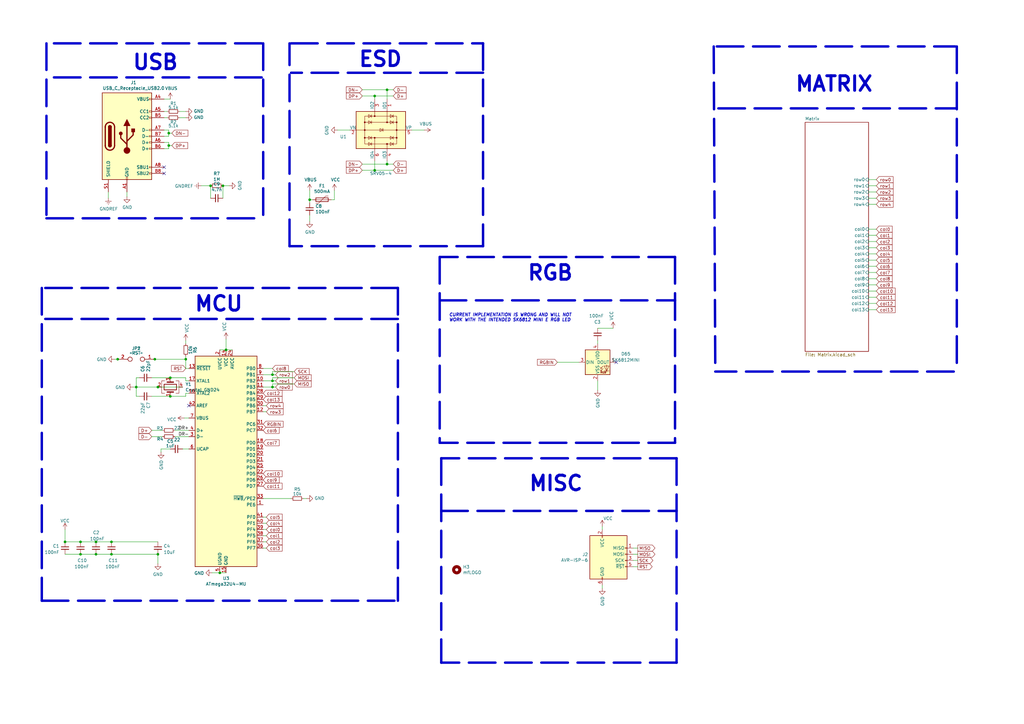
<source format=kicad_sch>
(kicad_sch (version 20211123) (generator eeschema)
  (paper "A3")
  (lib_symbols
    (symbol "Connector:AVR-ISP-6" (pin_names (offset 1.016))
      (property "Reference" "J" (at -6.35 11.43 0))
      (property "Value" "AVR-ISP-6" (at 0 11.43 0))
      (symbol "AVR-ISP-6_0_1"
        (rectangle (start -2.667 -6.858) (end -2.413 -7.62))
        (rectangle (start -2.667 10.16) (end -2.413 9.398))
        (rectangle (start 7.62 -2.413) (end 6.858 -2.667))
        (rectangle (start 7.62 0.127) (end 6.858 -0.127))
        (rectangle (start 7.62 2.667) (end 6.858 2.413))
        (rectangle (start 7.62 5.207) (end 6.858 4.953))
        (rectangle (start 7.62 10.16) (end -7.62 -7.62) (stroke (width 0.254)) (fill (type background)))
      )
      (symbol "AVR-ISP-6_1_1"
        (pin passive line (at 10.16 5.08 180) (length 2.54) (name "MISO") (number "1"))
        (pin passive line (at -2.54 12.7 270) (length 2.54) (name "VCC") (number "2"))
        (pin passive line (at 10.16 0 180) (length 2.54) (name "SCK") (number "3"))
        (pin passive line (at 10.16 2.54 180) (length 2.54) (name "MOSI") (number "4"))
        (pin passive line (at 10.16 -2.54 180) (length 2.54) (name "~{RST}") (number "5"))
        (pin passive line (at -2.54 -10.16 90) (length 2.54) (name "GND") (number "6"))
      )
    )
    (symbol "Connector:USB_C_Receptacle_USB2.0" (pin_names (offset 1.016))
      (property "Reference" "J" (at -10.16 19.05 0))
      (property "Value" "USB_C_Receptacle_USB2.0" (at 19.05 19.05 0))
      (symbol "USB_C_Receptacle_USB2.0_0_0"
        (rectangle (start -0.254 -17.78) (end 0.254 -16.764))
        (rectangle (start 10.16 -14.986) (end 9.144 -15.494))
        (rectangle (start 10.16 -12.446) (end 9.144 -12.954))
        (rectangle (start 10.16 -4.826) (end 9.144 -5.334))
        (rectangle (start 10.16 -2.286) (end 9.144 -2.794))
        (rectangle (start 10.16 0.254) (end 9.144 -0.254))
        (rectangle (start 10.16 2.794) (end 9.144 2.286))
        (rectangle (start 10.16 7.874) (end 9.144 7.366))
        (rectangle (start 10.16 10.414) (end 9.144 9.906))
        (rectangle (start 10.16 15.494) (end 9.144 14.986))
      )
      (symbol "USB_C_Receptacle_USB2.0_0_1"
        (rectangle (start -10.16 17.78) (end 10.16 -17.78) (stroke (width 0.254)) (fill (type background)))
        (arc (start -8.89 -3.81) (mid -6.985 -5.715) (end -5.08 -3.81) (stroke (width 0.508)))
        (arc (start -7.62 -3.81) (mid -6.985 -4.445) (end -6.35 -3.81) (stroke (width 0.254)))
        (arc (start -7.62 -3.81) (mid -6.985 -4.445) (end -6.35 -3.81) (stroke (width 0.254)) (fill (type outline)))
        (rectangle (start -7.62 -3.81) (end -6.35 3.81) (stroke (width 0.254)) (fill (type outline)))
        (arc (start -6.35 3.81) (mid -6.985 4.445) (end -7.62 3.81) (stroke (width 0.254)))
        (arc (start -6.35 3.81) (mid -6.985 4.445) (end -7.62 3.81) (stroke (width 0.254)) (fill (type outline)))
        (arc (start -5.08 3.81) (mid -6.985 5.715) (end -8.89 3.81) (stroke (width 0.508)))
        (circle (center -2.54 1.143) (radius 0.635) (stroke (width 0.254)) (fill (type outline)))
        (circle (center 0 -5.842) (radius 1.27) (fill (type outline)))
        (polyline (pts (xy -8.89 -3.81) (xy -8.89 3.81)) (stroke (width 0.508)))
        (polyline (pts (xy -5.08 3.81) (xy -5.08 -3.81)) (stroke (width 0.508)))
        (polyline (pts (xy 0 -5.842) (xy 0 4.318)) (stroke (width 0.508)))
        (polyline (pts (xy 0 -3.302) (xy -2.54 -0.762) (xy -2.54 0.508)) (stroke (width 0.508)))
        (polyline (pts (xy 0 -2.032) (xy 2.54 0.508) (xy 2.54 1.778)) (stroke (width 0.508)))
        (polyline (pts (xy -1.27 4.318) (xy 0 6.858) (xy 1.27 4.318) (xy -1.27 4.318)) (stroke (width 0.254)) (fill (type outline)))
        (rectangle (start 1.905 1.778) (end 3.175 3.048) (stroke (width 0.254)) (fill (type outline)))
      )
      (symbol "USB_C_Receptacle_USB2.0_1_1"
        (pin passive line (at 0 -22.86 90) (length 5.08) (name "GND") (number "A1"))
        (pin passive line (at 0 -22.86 90) (length 5.08) hide (name "GND") (number "A12"))
        (pin passive line (at 15.24 15.24 180) (length 5.08) (name "VBUS") (number "A4"))
        (pin bidirectional line (at 15.24 10.16 180) (length 5.08) (name "CC1") (number "A5"))
        (pin bidirectional line (at 15.24 -2.54 180) (length 5.08) (name "D+") (number "A6"))
        (pin bidirectional line (at 15.24 2.54 180) (length 5.08) (name "D-") (number "A7"))
        (pin bidirectional line (at 15.24 -12.7 180) (length 5.08) (name "SBU1") (number "A8"))
        (pin passive line (at 15.24 15.24 180) (length 5.08) hide (name "VBUS") (number "A9"))
        (pin passive line (at 0 -22.86 90) (length 5.08) hide (name "GND") (number "B1"))
        (pin passive line (at 0 -22.86 90) (length 5.08) hide (name "GND") (number "B12"))
        (pin passive line (at 15.24 15.24 180) (length 5.08) hide (name "VBUS") (number "B4"))
        (pin bidirectional line (at 15.24 7.62 180) (length 5.08) (name "CC2") (number "B5"))
        (pin bidirectional line (at 15.24 -5.08 180) (length 5.08) (name "D+") (number "B6"))
        (pin bidirectional line (at 15.24 0 180) (length 5.08) (name "D-") (number "B7"))
        (pin bidirectional line (at 15.24 -15.24 180) (length 5.08) (name "SBU2") (number "B8"))
        (pin passive line (at 15.24 15.24 180) (length 5.08) hide (name "VBUS") (number "B9"))
        (pin passive line (at -7.62 -22.86 90) (length 5.08) (name "SHIELD") (number "S1"))
      )
    )
    (symbol "Device:C_Small" (pin_numbers hide) (pin_names (offset 0.254) hide)
      (property "Reference" "C" (at 0.254 1.778 0))
      (property "Value" "C_Small" (at 0.254 -2.032 0))
      (symbol "C_Small_0_1"
        (polyline (pts (xy -1.524 -0.508) (xy 1.524 -0.508)) (stroke (width 0.3302)))
        (polyline (pts (xy -1.524 0.508) (xy 1.524 0.508)) (stroke (width 0.3048)))
      )
      (symbol "C_Small_1_1"
        (pin passive line (at 0 2.54 270) (length 2.032) (name "~") (number "1"))
        (pin passive line (at 0 -2.54 90) (length 2.032) (name "~") (number "2"))
      )
    )
    (symbol "Device:Crystal_GND24" (pin_names (offset 1.016) hide)
      (property "Reference" "Y" (at 3.175 5.08 0))
      (property "Value" "Crystal_GND24" (at 3.175 3.175 0))
      (symbol "Crystal_GND24_0_1"
        (rectangle (start -1.143 2.54) (end 1.143 -2.54) (stroke (width 0.3048)))
        (polyline (pts (xy -2.54 0) (xy -2.032 0)))
        (polyline (pts (xy -2.032 -1.27) (xy -2.032 1.27)) (stroke (width 0.508)))
        (polyline (pts (xy 0 -3.81) (xy 0 -3.556)))
        (polyline (pts (xy 0 3.556) (xy 0 3.81)))
        (polyline (pts (xy 2.032 -1.27) (xy 2.032 1.27)) (stroke (width 0.508)))
        (polyline (pts (xy 2.032 0) (xy 2.54 0)))
        (polyline (pts (xy -2.54 -2.286) (xy -2.54 -3.556) (xy 2.54 -3.556) (xy 2.54 -2.286)))
        (polyline (pts (xy -2.54 2.286) (xy -2.54 3.556) (xy 2.54 3.556) (xy 2.54 2.286)))
      )
      (symbol "Crystal_GND24_1_1"
        (pin passive line (at -3.81 0 0) (length 1.27) (name "1") (number "1"))
        (pin passive line (at 0 5.08 270) (length 1.27) (name "2") (number "2"))
        (pin passive line (at 3.81 0 180) (length 1.27) (name "3") (number "3"))
        (pin passive line (at 0 -5.08 90) (length 1.27) (name "4") (number "4"))
      )
    )
    (symbol "Device:Polyfuse" (pin_numbers hide) (pin_names (offset 0))
      (property "Reference" "F" (at -2.54 0 90))
      (property "Value" "Polyfuse" (at 2.54 0 90))
      (symbol "Polyfuse_0_1"
        (rectangle (start -0.762 2.54) (end 0.762 -2.54) (stroke (width 0.254)))
        (polyline (pts (xy 0 2.54) (xy 0 -2.54)))
        (polyline (pts (xy -1.524 2.54) (xy -1.524 1.524) (xy 1.524 -1.524) (xy 1.524 -2.54)))
      )
      (symbol "Polyfuse_1_1"
        (pin passive line (at 0 3.81 270) (length 1.27) (name "~") (number "1"))
        (pin passive line (at 0 -3.81 90) (length 1.27) (name "~") (number "2"))
      )
    )
    (symbol "Device:R_Small" (pin_numbers hide) (pin_names (offset 0.254) hide)
      (property "Reference" "R" (at 0.762 0.508 0))
      (property "Value" "R_Small" (at 0.762 -1.016 0))
      (symbol "R_Small_0_1"
        (rectangle (start -0.762 1.778) (end 0.762 -1.778) (stroke (width 0.2032)))
      )
      (symbol "R_Small_1_1"
        (pin passive line (at 0 2.54 270) (length 0.762) (name "~") (number "1"))
        (pin passive line (at 0 -2.54 90) (length 0.762) (name "~") (number "2"))
      )
    )
    (symbol "LED:SK6812MINI" (pin_names (offset 0.254))
      (property "Reference" "D" (at 5.08 5.715 0))
      (property "Value" "SK6812MINI" (at 1.27 -5.715 0))
      (symbol "SK6812MINI_0_0"
        (text "RGB" (at 2.286 -4.191 0) (effects (font (size 0.762 0.762))))
      )
      (symbol "SK6812MINI_0_1"
        (polyline (pts (xy 1.27 -3.556) (xy 1.778 -3.556)))
        (polyline (pts (xy 1.27 -2.54) (xy 1.778 -2.54)))
        (polyline (pts (xy 4.699 -3.556) (xy 2.667 -3.556)))
        (polyline (pts (xy 2.286 -2.54) (xy 1.27 -3.556) (xy 1.27 -3.048)))
        (polyline (pts (xy 2.286 -1.524) (xy 1.27 -2.54) (xy 1.27 -2.032)))
        (polyline (pts (xy 3.683 -1.016) (xy 3.683 -3.556) (xy 3.683 -4.064)))
        (polyline (pts (xy 4.699 -1.524) (xy 2.667 -1.524) (xy 3.683 -3.556) (xy 4.699 -1.524)))
        (rectangle (start 5.08 5.08) (end -5.08 -5.08) (stroke (width 0.254)) (fill (type background)))
      )
      (symbol "SK6812MINI_1_1"
        (pin output line (at 7.62 0 180) (length 2.54) (name "DOUT") (number "1"))
        (pin power_in line (at 0 -7.62 90) (length 2.54) (name "VSS") (number "2"))
        (pin input line (at -7.62 0 0) (length 2.54) (name "DIN") (number "3"))
        (pin power_in line (at 0 7.62 270) (length 2.54) (name "VDD") (number "4"))
      )
    )
    (symbol "Mechanical:MountingHole" (pin_names (offset 1.016))
      (property "Reference" "H" (at 0 5.08 0))
      (property "Value" "MountingHole" (at 0 3.175 0))
      (symbol "MountingHole_0_1"
        (circle (center 0 0) (radius 1.27) (stroke (width 1.27)))
      )
    )
    (symbol "Power_Protection:SRV05-4" (pin_names (offset 0))
      (property "Reference" "U" (at -5.08 11.43 0))
      (property "Value" "SRV05-4" (at 2.54 11.43 0))
      (symbol "SRV05-4_0_0"
        (rectangle (start -5.715 6.477) (end 5.715 -6.604))
        (polyline (pts (xy -3.175 -6.604) (xy -3.175 6.477)))
        (polyline (pts (xy 3.175 6.477) (xy 3.175 -6.604)))
      )
      (symbol "SRV05-4_0_1"
        (rectangle (start -7.62 10.16) (end 7.62 -10.16) (stroke (width 0.254)) (fill (type background)))
        (circle (center -5.715 -2.54) (radius 0.2794) (fill (type outline)))
        (circle (center -3.175 -6.604) (radius 0.2794) (fill (type outline)))
        (circle (center -3.175 2.54) (radius 0.2794) (fill (type outline)))
        (circle (center -3.175 6.477) (radius 0.2794) (fill (type outline)))
        (circle (center 0 -6.604) (radius 0.2794) (fill (type outline)))
        (polyline (pts (xy -7.747 2.54) (xy -3.175 2.54)))
        (polyline (pts (xy -7.62 -2.54) (xy -5.715 -2.54)))
        (polyline (pts (xy -5.08 -3.81) (xy -6.35 -3.81)))
        (polyline (pts (xy -5.08 5.08) (xy -6.35 5.08)))
        (polyline (pts (xy -2.54 -3.81) (xy -3.81 -3.81)))
        (polyline (pts (xy -2.54 5.08) (xy -3.81 5.08)))
        (polyline (pts (xy 0 10.16) (xy 0 -10.16)))
        (polyline (pts (xy 3.81 -3.81) (xy 2.54 -3.81)))
        (polyline (pts (xy 3.81 5.08) (xy 2.54 5.08)))
        (polyline (pts (xy 6.35 -3.81) (xy 5.08 -3.81)))
        (polyline (pts (xy 6.35 5.08) (xy 5.08 5.08)))
        (polyline (pts (xy 7.62 -2.54) (xy 3.175 -2.54)))
        (polyline (pts (xy 7.62 2.54) (xy 5.715 2.54)))
        (polyline (pts (xy 0.635 0.889) (xy -0.635 0.889) (xy -0.635 0.635)))
        (polyline (pts (xy -5.08 -5.08) (xy -6.35 -5.08) (xy -5.715 -3.81) (xy -5.08 -5.08)))
        (polyline (pts (xy -5.08 3.81) (xy -6.35 3.81) (xy -5.715 5.08) (xy -5.08 3.81)))
        (polyline (pts (xy -2.54 -5.08) (xy -3.81 -5.08) (xy -3.175 -3.81) (xy -2.54 -5.08)))
        (polyline (pts (xy -2.54 3.81) (xy -3.81 3.81) (xy -3.175 5.08) (xy -2.54 3.81)))
        (polyline (pts (xy 0.635 -0.381) (xy -0.635 -0.381) (xy 0 0.889) (xy 0.635 -0.381)))
        (polyline (pts (xy 3.81 -5.08) (xy 2.54 -5.08) (xy 3.175 -3.81) (xy 3.81 -5.08)))
        (polyline (pts (xy 3.81 3.81) (xy 2.54 3.81) (xy 3.175 5.08) (xy 3.81 3.81)))
        (polyline (pts (xy 6.35 -5.08) (xy 5.08 -5.08) (xy 5.715 -3.81) (xy 6.35 -5.08)))
        (polyline (pts (xy 6.35 3.81) (xy 5.08 3.81) (xy 5.715 5.08) (xy 6.35 3.81)))
        (circle (center 0 6.477) (radius 0.2794) (fill (type outline)))
        (circle (center 3.175 -6.604) (radius 0.2794) (fill (type outline)))
        (circle (center 3.175 -2.54) (radius 0.2794) (fill (type outline)))
        (circle (center 3.175 6.477) (radius 0.2794) (fill (type outline)))
        (circle (center 5.715 2.54) (radius 0.2794) (fill (type outline)))
      )
      (symbol "SRV05-4_1_1"
        (pin passive line (at -12.7 2.54 0) (length 5.08) (name "IO1") (number "1"))
        (pin passive line (at 0 -12.7 90) (length 2.54) (name "VN") (number "2"))
        (pin passive line (at -12.7 -2.54 0) (length 5.08) (name "IO2") (number "3"))
        (pin passive line (at 12.7 2.54 180) (length 5.08) (name "IO3") (number "4"))
        (pin passive line (at 0 12.7 270) (length 2.54) (name "VP") (number "5"))
        (pin passive line (at 12.7 -2.54 180) (length 5.08) (name "IO4") (number "6"))
      )
    )
    (symbol "keyboard-rescue:ATmega32U4-MU-MCU_Microchip_ATmega"
      (property "Reference" "U" (at -12.7 44.45 0))
      (property "Value" "ATmega32U4-MU-MCU_Microchip_ATmega" (at 2.54 -44.45 0))
      (symbol "ATmega32U4-MU-MCU_Microchip_ATmega_0_1"
        (rectangle (start -12.7 -43.18) (end 12.7 43.18) (stroke (width 0.254)) (fill (type background)))
      )
      (symbol "ATmega32U4-MU-MCU_Microchip_ATmega_1_1"
        (pin bidirectional line (at 15.24 -17.78 180) (length 2.54) (name "PE6") (number "1"))
        (pin bidirectional line (at 15.24 33.02 180) (length 2.54) (name "PB2") (number "10"))
        (pin bidirectional line (at 15.24 30.48 180) (length 2.54) (name "PB3") (number "11"))
        (pin bidirectional line (at 15.24 20.32 180) (length 2.54) (name "PB7") (number "12"))
        (pin input line (at -15.24 38.1 0) (length 2.54) (name "~{RESET}") (number "13"))
        (pin power_in line (at 0 45.72 270) (length 2.54) (name "VCC") (number "14"))
        (pin power_in line (at 0 -45.72 90) (length 2.54) (name "GND") (number "15"))
        (pin output line (at -15.24 27.94 0) (length 2.54) (name "XTAL2") (number "16"))
        (pin input line (at -15.24 33.02 0) (length 2.54) (name "XTAL1") (number "17"))
        (pin bidirectional line (at 15.24 7.62 180) (length 2.54) (name "PD0") (number "18"))
        (pin bidirectional line (at 15.24 5.08 180) (length 2.54) (name "PD1") (number "19"))
        (pin power_in line (at -2.54 45.72 270) (length 2.54) (name "UVCC") (number "2"))
        (pin bidirectional line (at 15.24 2.54 180) (length 2.54) (name "PD2") (number "20"))
        (pin bidirectional line (at 15.24 0 180) (length 2.54) (name "PD3") (number "21"))
        (pin bidirectional line (at 15.24 -5.08 180) (length 2.54) (name "PD5") (number "22"))
        (pin passive line (at 0 -45.72 90) (length 2.54) hide (name "GND") (number "23"))
        (pin power_in line (at 2.54 45.72 270) (length 2.54) (name "AVCC") (number "24"))
        (pin bidirectional line (at 15.24 -2.54 180) (length 2.54) (name "PD4") (number "25"))
        (pin bidirectional line (at 15.24 -7.62 180) (length 2.54) (name "PD6") (number "26"))
        (pin bidirectional line (at 15.24 -10.16 180) (length 2.54) (name "PD7") (number "27"))
        (pin bidirectional line (at 15.24 27.94 180) (length 2.54) (name "PB4") (number "28"))
        (pin bidirectional line (at 15.24 25.4 180) (length 2.54) (name "PB5") (number "29"))
        (pin bidirectional line (at -15.24 10.16 0) (length 2.54) (name "D-") (number "3"))
        (pin bidirectional line (at 15.24 22.86 180) (length 2.54) (name "PB6") (number "30"))
        (pin bidirectional line (at 15.24 15.24 180) (length 2.54) (name "PC6") (number "31"))
        (pin bidirectional line (at 15.24 12.7 180) (length 2.54) (name "PC7") (number "32"))
        (pin bidirectional line (at 15.24 -15.24 180) (length 2.54) (name "~{HWB}/PE2") (number "33"))
        (pin passive line (at 0 45.72 270) (length 2.54) hide (name "VCC") (number "34"))
        (pin passive line (at 0 -45.72 90) (length 2.54) hide (name "GND") (number "35"))
        (pin bidirectional line (at 15.24 -35.56 180) (length 2.54) (name "PF7") (number "36"))
        (pin bidirectional line (at 15.24 -33.02 180) (length 2.54) (name "PF6") (number "37"))
        (pin bidirectional line (at 15.24 -30.48 180) (length 2.54) (name "PF5") (number "38"))
        (pin bidirectional line (at 15.24 -27.94 180) (length 2.54) (name "PF4") (number "39"))
        (pin bidirectional line (at -15.24 12.7 0) (length 2.54) (name "D+") (number "4"))
        (pin bidirectional line (at 15.24 -25.4 180) (length 2.54) (name "PF1") (number "40"))
        (pin bidirectional line (at 15.24 -22.86 180) (length 2.54) (name "PF0") (number "41"))
        (pin passive line (at -15.24 22.86 0) (length 2.54) (name "AREF") (number "42"))
        (pin passive line (at 0 -45.72 90) (length 2.54) hide (name "GND") (number "43"))
        (pin passive line (at 2.54 45.72 270) (length 2.54) hide (name "AVCC") (number "44"))
        (pin passive line (at 0 -45.72 90) (length 2.54) hide (name "GND") (number "45"))
        (pin passive line (at -2.54 -45.72 90) (length 2.54) (name "UGND") (number "5"))
        (pin passive line (at -15.24 5.08 0) (length 2.54) (name "UCAP") (number "6"))
        (pin input line (at -15.24 17.78 0) (length 2.54) (name "VBUS") (number "7"))
        (pin bidirectional line (at 15.24 38.1 180) (length 2.54) (name "PB0") (number "8"))
        (pin bidirectional line (at 15.24 35.56 180) (length 2.54) (name "PB1") (number "9"))
      )
    )
    (symbol "keyboard_parts:Jumper" (pin_names (offset 0.762) hide)
      (property "Reference" "JP" (at 0 2.54 0))
      (property "Value" "Jumper" (at 0 -2.032 0))
      (symbol "Jumper_0_1"
        (circle (center -2.54 0) (radius 0.889))
        (circle (center 2.54 0) (radius 0.889))
        (pin passive line (at -7.62 0 0) (length 4.191) (name "1") (number "1"))
        (pin passive line (at 7.62 0 180) (length 4.191) (name "2") (number "2"))
      )
    )
    (symbol "power:GND" (power) (pin_names (offset 0))
      (property "Value" "GND" (at 0 -3.81 0))
      (symbol "GND_0_1"
        (polyline (pts (xy 0 0) (xy 0 -1.27) (xy 1.27 -1.27) (xy 0 -2.54) (xy -1.27 -1.27) (xy 0 -1.27)))
      )
      (symbol "GND_1_1"
        (pin power_in line (at 0 0 270) (length 0) hide (name "GND") (number "1"))
      )
    )
    (symbol "power:GNDREF" (power) (pin_names (offset 0))
      (property "Value" "GNDREF" (at 0 -3.81 0))
      (symbol "GNDREF_0_1"
        (polyline (pts (xy -0.635 -1.905) (xy 0.635 -1.905)))
        (polyline (pts (xy -0.127 -2.54) (xy 0.127 -2.54)))
        (polyline (pts (xy 0 -1.27) (xy 0 0)))
        (polyline (pts (xy 1.27 -1.27) (xy -1.27 -1.27)))
      )
      (symbol "GNDREF_1_1"
        (pin power_in line (at 0 0 270) (length 0) hide (name "GNDREF") (number "1"))
      )
    )
    (symbol "power:VBUS" (power) (pin_names (offset 0))
      (property "Value" "VBUS" (at 0 3.81 0))
      (symbol "VBUS_0_1"
        (polyline (pts (xy -0.762 1.27) (xy 0 2.54)))
        (polyline (pts (xy 0 0) (xy 0 2.54)))
        (polyline (pts (xy 0 2.54) (xy 0.762 1.27)))
      )
      (symbol "VBUS_1_1"
        (pin power_in line (at 0 0 90) (length 0) hide (name "VBUS") (number "1"))
      )
    )
    (symbol "power:VCC" (power) (pin_names (offset 0))
      (property "Value" "VCC" (at 0 3.81 0))
      (symbol "VCC_0_1"
        (polyline (pts (xy -0.762 1.27) (xy 0 2.54)))
        (polyline (pts (xy 0 0) (xy 0 2.54)))
        (polyline (pts (xy 0 2.54) (xy 0.762 1.27)))
      )
      (symbol "VCC_1_1"
        (pin power_in line (at 0 0 90) (length 0) hide (name "VCC") (number "1"))
      )
    )
  )
  (junction (at 69.85 162.56))
  (junction (at 91.44 76.2))
  (junction (at 55.88 158.75))
  (junction (at 90.17 234.95))
  (junction (at 45.72 222.25))
  (junction (at 69.215 54.61))
  (junction (at 39.37 222.25))
  (junction (at 45.72 227.33))
  (junction (at 86.36 76.2))
  (junction (at 153.67 69.85))
  (junction (at 33.02 227.33))
  (junction (at 64.77 227.33))
  (junction (at 64.77 158.75))
  (junction (at 111.76 158.75))
  (junction (at 33.02 222.25))
  (junction (at 158.75 67.31))
  (junction (at 111.76 156.21))
  (junction (at 76.2 147.32))
  (junction (at 69.85 154.94))
  (junction (at 158.75 36.83))
  (junction (at 63.5 147.32))
  (junction (at 127 81.915))
  (junction (at 153.67 39.37))
  (junction (at 111.76 153.67))
  (junction (at 48.26 147.32))
  (junction (at 39.37 227.33))
  (junction (at 92.71 143.51))
  (junction (at 69.215 59.69))
  (junction (at 26.67 222.25))
  (no_connect (at 67.31 71.12))
  (no_connect (at 67.31 68.58))
  (no_connect (at 252.73 148.59))
  (no_connect (at 77.47 166.37))
  (polyline (pts (xy 118.745 100.965) (xy 118.745 17.78)) (stroke (width 0.9906)))
  (wire (pts (xy 69.215 59.69) (xy 70.485 59.69)))
  (wire (pts (xy 91.44 76.2) (xy 93.98 76.2)))
  (polyline (pts (xy 198.12 29.845) (xy 119.38 29.845)) (stroke (width 0.9906)))
  (wire (pts (xy 356.235 104.14) (xy 359.41 104.14)))
  (polyline (pts (xy 17.145 118.11) (xy 17.145 246.38)) (stroke (width 0.9906)))
  (wire (pts (xy 148.59 67.31) (xy 158.75 67.31)))
  (wire (pts (xy 33.02 227.33) (xy 39.37 227.33)))
  (wire (pts (xy 86.36 76.2) (xy 86.36 81.28)))
  (wire (pts (xy 153.67 69.85) (xy 161.29 69.85)))
  (wire (pts (xy 107.95 219.71) (xy 109.22 219.71)))
  (wire (pts (xy 76.2 162.56) (xy 69.85 162.56)))
  (wire (pts (xy 55.88 162.56) (xy 55.88 158.75)))
  (wire (pts (xy 67.31 48.26) (xy 68.58 48.26)))
  (wire (pts (xy 356.235 121.92) (xy 359.41 121.92)))
  (wire (pts (xy 259.715 229.87) (xy 261.62 229.87)))
  (polyline (pts (xy 180.975 187.96) (xy 180.975 271.78)) (stroke (width 0.9906)))
  (wire (pts (xy 153.67 39.37) (xy 153.67 40.64)))
  (wire (pts (xy 86.995 234.95) (xy 90.17 234.95)))
  (wire (pts (xy 111.76 157.48) (xy 120.65 157.48)))
  (polyline (pts (xy 294.005 19.05) (xy 391.795 19.05)) (stroke (width 0.9906)))
  (wire (pts (xy 63.5 147.32) (xy 76.2 147.32)))
  (wire (pts (xy 111.76 156.21) (xy 113.03 156.21)))
  (polyline (pts (xy 180.975 209.55) (xy 277.495 209.55)) (stroke (width 0.9906)))
  (wire (pts (xy 66.675 179.07) (xy 62.23 179.07)))
  (polyline (pts (xy 277.495 187.96) (xy 277.495 271.78)) (stroke (width 0.9906)))
  (wire (pts (xy 119.38 204.47) (xy 107.95 204.47)))
  (polyline (pts (xy 180.34 105.41) (xy 180.34 181.61)) (stroke (width 0.9906)))
  (wire (pts (xy 90.17 234.95) (xy 92.71 234.95)))
  (polyline (pts (xy 180.34 123.19) (xy 276.86 123.19)) (stroke (width 0.9906)))
  (wire (pts (xy 73.66 45.72) (xy 76.2 45.72)))
  (wire (pts (xy 356.235 127) (xy 359.41 127)))
  (wire (pts (xy 26.67 217.17) (xy 26.67 222.25)))
  (polyline (pts (xy 276.86 181.61) (xy 180.34 181.61)) (stroke (width 0.9906)))
  (wire (pts (xy 109.22 166.37) (xy 107.95 166.37)))
  (wire (pts (xy 44.45 78.74) (xy 44.45 81.28)))
  (wire (pts (xy 45.72 227.33) (xy 64.77 227.33)))
  (wire (pts (xy 247.015 240.03) (xy 247.015 241.3)))
  (polyline (pts (xy 119.38 17.78) (xy 198.12 17.78)) (stroke (width 0.9906)))
  (wire (pts (xy 45.72 222.25) (xy 64.77 222.25)))
  (wire (pts (xy 356.235 124.46) (xy 359.41 124.46)))
  (wire (pts (xy 55.88 154.94) (xy 55.88 158.75)))
  (wire (pts (xy 67.31 58.42) (xy 69.215 58.42)))
  (wire (pts (xy 76.2 147.32) (xy 76.2 151.13)))
  (wire (pts (xy 127 78.105) (xy 127 81.915)))
  (wire (pts (xy 76.2 151.13) (xy 77.47 151.13)))
  (wire (pts (xy 158.75 66.04) (xy 158.75 67.31)))
  (wire (pts (xy 67.31 55.88) (xy 69.215 55.88)))
  (wire (pts (xy 158.75 36.83) (xy 161.29 36.83)))
  (wire (pts (xy 109.22 217.17) (xy 107.95 217.17)))
  (wire (pts (xy 67.31 45.72) (xy 68.58 45.72)))
  (wire (pts (xy 76.2 154.94) (xy 69.85 154.94)))
  (wire (pts (xy 245.11 134.62) (xy 251.46 134.62)))
  (wire (pts (xy 107.95 156.21) (xy 111.76 156.21)))
  (wire (pts (xy 158.75 67.31) (xy 161.29 67.31)))
  (wire (pts (xy 77.47 161.29) (xy 76.2 161.29)))
  (wire (pts (xy 109.22 222.25) (xy 107.95 222.25)))
  (wire (pts (xy 125.73 204.47) (xy 124.46 204.47)))
  (wire (pts (xy 356.235 93.98) (xy 359.41 93.98)))
  (wire (pts (xy 168.91 53.34) (xy 173.99 53.34)))
  (polyline (pts (xy 277.495 187.96) (xy 180.975 187.96)) (stroke (width 0.9906)))
  (wire (pts (xy 111.76 158.75) (xy 111.76 157.48)))
  (wire (pts (xy 356.235 78.74) (xy 359.41 78.74)))
  (wire (pts (xy 111.76 156.21) (xy 111.76 154.94)))
  (wire (pts (xy 45.72 227.33) (xy 39.37 227.33)))
  (wire (pts (xy 69.215 54.61) (xy 69.215 53.34)))
  (wire (pts (xy 356.235 111.76) (xy 359.41 111.76)))
  (wire (pts (xy 64.77 158.75) (xy 55.88 158.75)))
  (polyline (pts (xy 163.195 130.81) (xy 17.145 130.81)) (stroke (width 0.9906)))
  (wire (pts (xy 247.015 215.9) (xy 247.015 217.17)))
  (wire (pts (xy 111.76 153.67) (xy 111.76 152.4)))
  (wire (pts (xy 259.715 232.41) (xy 261.62 232.41)))
  (polyline (pts (xy 392.43 19.05) (xy 392.43 152.4)) (stroke (width 0.9906)))
  (wire (pts (xy 127 81.915) (xy 128.27 81.915)))
  (wire (pts (xy 69.215 58.42) (xy 69.215 59.69)))
  (wire (pts (xy 148.59 39.37) (xy 153.67 39.37)))
  (wire (pts (xy 76.2 139.7) (xy 76.2 140.97)))
  (wire (pts (xy 356.235 76.2) (xy 359.41 76.2)))
  (wire (pts (xy 107.95 151.13) (xy 111.76 151.13)))
  (polyline (pts (xy 107.95 17.78) (xy 107.95 89.535)) (stroke (width 0.9906)))
  (polyline (pts (xy 107.315 17.78) (xy 19.685 17.78)) (stroke (width 0.9906)))
  (wire (pts (xy 69.215 55.88) (xy 69.215 54.61)))
  (wire (pts (xy 69.85 154.94) (xy 62.23 154.94)))
  (wire (pts (xy 107.95 212.09) (xy 109.22 212.09)))
  (wire (pts (xy 91.44 81.28) (xy 91.44 76.2)))
  (wire (pts (xy 356.235 81.28) (xy 359.41 81.28)))
  (wire (pts (xy 69.215 60.96) (xy 69.215 59.69)))
  (wire (pts (xy 66.04 184.15) (xy 69.85 184.15)))
  (polyline (pts (xy 17.145 246.38) (xy 163.195 246.38)) (stroke (width 0.9906)))
  (polyline (pts (xy 163.195 118.11) (xy 163.195 246.38)) (stroke (width 0.9906)))
  (wire (pts (xy 64.77 227.33) (xy 64.77 231.14)))
  (wire (pts (xy 261.62 224.79) (xy 259.715 224.79)))
  (wire (pts (xy 356.235 83.82) (xy 359.41 83.82)))
  (wire (pts (xy 111.76 153.67) (xy 113.03 153.67)))
  (wire (pts (xy 356.235 96.52) (xy 359.41 96.52)))
  (polyline (pts (xy 292.735 19.05) (xy 293.37 152.4)) (stroke (width 0.9906)))
  (polyline (pts (xy 19.05 17.78) (xy 19.05 89.535)) (stroke (width 0.9906)))
  (wire (pts (xy 57.15 154.94) (xy 55.88 154.94)))
  (wire (pts (xy 26.67 227.33) (xy 33.02 227.33)))
  (wire (pts (xy 69.215 53.34) (xy 67.31 53.34)))
  (polyline (pts (xy 294.64 44.45) (xy 392.43 44.45)) (stroke (width 0.9906)))
  (wire (pts (xy 76.2 156.21) (xy 76.2 154.94)))
  (wire (pts (xy 74.93 158.75) (xy 64.77 158.75)))
  (polyline (pts (xy 276.86 105.41) (xy 276.86 181.61)) (stroke (width 0.9906)))
  (wire (pts (xy 82.55 76.2) (xy 86.36 76.2)))
  (wire (pts (xy 107.95 168.91) (xy 109.22 168.91)))
  (wire (pts (xy 109.22 224.79) (xy 107.95 224.79)))
  (wire (pts (xy 111.76 154.94) (xy 120.65 154.94)))
  (wire (pts (xy 107.95 214.63) (xy 109.22 214.63)))
  (wire (pts (xy 153.67 39.37) (xy 161.29 39.37)))
  (wire (pts (xy 153.67 66.04) (xy 153.67 69.85)))
  (wire (pts (xy 92.71 143.51) (xy 95.25 143.51)))
  (wire (pts (xy 259.715 227.33) (xy 261.62 227.33)))
  (wire (pts (xy 55.88 158.75) (xy 54.61 158.75)))
  (polyline (pts (xy 19.05 89.535) (xy 106.68 89.535)) (stroke (width 0.9906)))
  (wire (pts (xy 148.59 69.85) (xy 153.67 69.85)))
  (polyline (pts (xy 163.195 118.11) (xy 17.145 118.11)) (stroke (width 0.9906)))
  (wire (pts (xy 90.17 143.51) (xy 92.71 143.51)))
  (polyline (pts (xy 107.315 31.75) (xy 19.685 31.75)) (stroke (width 0.9906)))
  (wire (pts (xy 46.99 147.32) (xy 48.26 147.32)))
  (wire (pts (xy 33.02 222.25) (xy 39.37 222.25)))
  (wire (pts (xy 356.235 119.38) (xy 359.41 119.38)))
  (wire (pts (xy 52.07 78.74) (xy 52.07 80.645)))
  (wire (pts (xy 67.31 60.96) (xy 69.215 60.96)))
  (wire (pts (xy 143.51 53.34) (xy 138.43 53.34)))
  (wire (pts (xy 356.235 114.3) (xy 359.41 114.3)))
  (wire (pts (xy 356.235 116.84) (xy 359.41 116.84)))
  (wire (pts (xy 69.85 162.56) (xy 62.23 162.56)))
  (wire (pts (xy 158.75 36.83) (xy 158.75 40.64)))
  (wire (pts (xy 73.66 48.26) (xy 76.2 48.26)))
  (wire (pts (xy 228.6 148.59) (xy 237.49 148.59)))
  (polyline (pts (xy 198.12 100.965) (xy 118.745 100.965)) (stroke (width 0.9906)))
  (wire (pts (xy 356.235 101.6) (xy 359.41 101.6)))
  (wire (pts (xy 107.95 158.75) (xy 111.76 158.75)))
  (polyline (pts (xy 277.495 271.78) (xy 180.975 271.78)) (stroke (width 0.9906)))
  (wire (pts (xy 76.2 146.05) (xy 76.2 147.32)))
  (wire (pts (xy 137.16 78.105) (xy 137.16 81.915)))
  (wire (pts (xy 356.235 109.22) (xy 359.41 109.22)))
  (wire (pts (xy 66.675 176.53) (xy 62.23 176.53)))
  (polyline (pts (xy 198.12 17.78) (xy 198.12 100.965)) (stroke (width 0.9906)))
  (wire (pts (xy 107.95 153.67) (xy 111.76 153.67)))
  (wire (pts (xy 76.2 156.21) (xy 77.47 156.21)))
  (wire (pts (xy 75.565 171.45) (xy 77.47 171.45)))
  (wire (pts (xy 127 83.185) (xy 127 81.915)))
  (wire (pts (xy 66.04 184.15) (xy 66.04 185.42)))
  (wire (pts (xy 57.15 162.56) (xy 55.88 162.56)))
  (polyline (pts (xy 391.16 152.4) (xy 293.37 152.4)) (stroke (width 0.9906)))
  (wire (pts (xy 356.235 106.68) (xy 359.41 106.68)))
  (wire (pts (xy 92.71 139.065) (xy 92.71 143.51)))
  (wire (pts (xy 71.755 179.07) (xy 77.47 179.07)))
  (wire (pts (xy 111.76 152.4) (xy 120.65 152.4)))
  (wire (pts (xy 356.235 73.66) (xy 359.41 73.66)))
  (wire (pts (xy 77.47 184.15) (xy 74.93 184.15)))
  (wire (pts (xy 76.2 161.29) (xy 76.2 162.56)))
  (wire (pts (xy 245.11 156.21) (xy 245.11 160.02)))
  (wire (pts (xy 70.485 54.61) (xy 69.215 54.61)))
  (wire (pts (xy 356.235 99.06) (xy 359.41 99.06)))
  (wire (pts (xy 71.755 176.53) (xy 77.47 176.53)))
  (polyline (pts (xy 276.86 105.41) (xy 180.34 105.41)) (stroke (width 0.9906)))
  (wire (pts (xy 26.67 222.25) (xy 33.02 222.25)))
  (wire (pts (xy 245.11 139.7) (xy 245.11 140.97)))
  (wire (pts (xy 111.76 158.75) (xy 113.03 158.75)))
  (wire (pts (xy 135.89 81.915) (xy 137.16 81.915)))
  (wire (pts (xy 67.31 40.64) (xy 69.85 40.64)))
  (wire (pts (xy 45.72 222.25) (xy 39.37 222.25)))
  (wire (pts (xy 127 90.805) (xy 127 88.265)))
  (wire (pts (xy 148.59 36.83) (xy 158.75 36.83)))
  (text "USB" (at 53.975 29.21 0) (effects (font (size 5.9944 5.9944) (thickness 1.1989) bold) (justify left bottom)))
  (text "MATRIX" (at 325.755 38.1 0) (effects (font (size 5.9944 5.9944) (thickness 1.1989) bold) (justify left bottom)))
  (text "MCU" (at 79.375 128.27 0) (effects (font (size 5.9944 5.9944) (thickness 1.1989) bold) (justify left bottom)))
  (text "MISC\n" (at 216.535 201.93 0) (effects (font (size 5.9944 5.9944) (thickness 1.1989) bold) (justify left bottom)))
  (text "RGB" (at 215.9 115.57 0) (effects (font (size 5.9944 5.9944) (thickness 1.1989) bold) (justify left bottom)))
  (text "ESD" (at 146.685 27.94 0) (effects (font (size 5.9944 5.9944) (thickness 1.1989) bold) (justify left bottom)))
  (text "CURRENT IMPLEMENTATION IS WRONG AND WILL NOT \nWORK WITH THE INTENDED SK6812 MINI E RGB LED" (at 184.15 132.08 0) (effects (font (size 1.27 1.27) (thickness 0.254) bold italic) (justify left bottom)))
  (label "DR-" (at 77.47 179.07 180))
  (label "DR+" (at 77.47 176.53 180))
  (global_label "col3" (shape input) (at 359.41 101.6 0) (property "Intersheet References" "${INTERSHEET_REFS}" (effects hide)))
  (global_label "col9" (shape input) (at 359.41 116.84 0) (property "Intersheet References" "${INTERSHEET_REFS}" (effects hide)))
  (global_label "col3" (shape input) (at 109.22 224.79 0) (property "Intersheet References" "${INTERSHEET_REFS}" (effects hide)))
  (global_label "row1" (shape input) (at 113.03 156.21 0) (property "Intersheet References" "${INTERSHEET_REFS}" (effects hide)))
  (global_label "col13" (shape input) (at 107.95 163.83 0) (property "Intersheet References" "${INTERSHEET_REFS}" (effects hide)))
  (global_label "col8" (shape input) (at 111.76 151.13 0) (property "Intersheet References" "${INTERSHEET_REFS}" (effects hide)))
  (global_label "row3" (shape input) (at 109.22 168.91 0) (property "Intersheet References" "${INTERSHEET_REFS}" (effects hide)))
  (global_label "DP+" (shape input) (at 70.485 59.69 0) (property "Intersheet References" "${INTERSHEET_REFS}" (effects hide)))
  (global_label "col10" (shape input) (at 107.95 194.31 0) (property "Intersheet References" "${INTERSHEET_REFS}" (effects hide)))
  (global_label "row1" (shape input) (at 359.41 76.2 0) (property "Intersheet References" "${INTERSHEET_REFS}" (effects hide)))
  (global_label "RGBIN" (shape input) (at 228.6 148.59 180) (property "Intersheet References" "${INTERSHEET_REFS}" (effects hide)))
  (global_label "col4" (shape input) (at 359.41 104.14 0) (property "Intersheet References" "${INTERSHEET_REFS}" (effects hide)))
  (global_label "col11" (shape input) (at 107.95 199.39 0) (property "Intersheet References" "${INTERSHEET_REFS}" (effects hide)))
  (global_label "DN-" (shape input) (at 70.485 54.61 0) (property "Intersheet References" "${INTERSHEET_REFS}" (effects hide)))
  (global_label "DP+" (shape input) (at 148.59 69.85 180) (property "Intersheet References" "${INTERSHEET_REFS}" (effects hide)))
  (global_label "col2" (shape input) (at 359.41 99.06 0) (property "Intersheet References" "${INTERSHEET_REFS}" (effects hide)))
  (global_label "col13" (shape input) (at 359.41 127 0) (property "Intersheet References" "${INTERSHEET_REFS}" (effects hide)))
  (global_label "col4" (shape input) (at 109.22 214.63 0) (property "Intersheet References" "${INTERSHEET_REFS}" (effects hide)))
  (global_label "col7" (shape input) (at 107.95 181.61 0) (property "Intersheet References" "${INTERSHEET_REFS}" (effects hide)))
  (global_label "D+" (shape input) (at 161.29 39.37 0) (property "Intersheet References" "${INTERSHEET_REFS}" (effects hide)))
  (global_label "row2" (shape input) (at 113.03 153.67 0) (property "Intersheet References" "${INTERSHEET_REFS}" (effects hide)))
  (global_label "MISO" (shape output) (at 261.62 224.79 0) (property "Intersheet References" "${INTERSHEET_REFS}" (effects hide)))
  (global_label "RST" (shape output) (at 261.62 232.41 0) (property "Intersheet References" "${INTERSHEET_REFS}" (effects hide)))
  (global_label "col6" (shape input) (at 359.41 109.22 0) (property "Intersheet References" "${INTERSHEET_REFS}" (effects hide)))
  (global_label "D+" (shape input) (at 62.23 176.53 180) (property "Intersheet References" "${INTERSHEET_REFS}" (effects hide)))
  (global_label "col5" (shape input) (at 359.41 106.68 0) (property "Intersheet References" "${INTERSHEET_REFS}" (effects hide)))
  (global_label "col6" (shape input) (at 107.95 176.53 0) (property "Intersheet References" "${INTERSHEET_REFS}" (effects hide)))
  (global_label "col12" (shape input) (at 107.95 161.29 0) (property "Intersheet References" "${INTERSHEET_REFS}" (effects hide)))
  (global_label "col8" (shape input) (at 359.41 114.3 0) (property "Intersheet References" "${INTERSHEET_REFS}" (effects hide)))
  (global_label "col2" (shape input) (at 109.22 222.25 0) (property "Intersheet References" "${INTERSHEET_REFS}" (effects hide)))
  (global_label "D-" (shape input) (at 161.29 36.83 0) (property "Intersheet References" "${INTERSHEET_REFS}" (effects hide)))
  (global_label "DN-" (shape input) (at 148.59 36.83 180) (property "Intersheet References" "${INTERSHEET_REFS}" (effects hide)))
  (global_label "col1" (shape input) (at 109.22 219.71 0) (property "Intersheet References" "${INTERSHEET_REFS}" (effects hide)))
  (global_label "MOSI" (shape output) (at 261.62 227.33 0) (property "Intersheet References" "${INTERSHEET_REFS}" (effects hide)))
  (global_label "row2" (shape input) (at 359.41 78.74 0) (property "Intersheet References" "${INTERSHEET_REFS}" (effects hide)))
  (global_label "col12" (shape input) (at 359.41 124.46 0) (property "Intersheet References" "${INTERSHEET_REFS}" (effects hide)))
  (global_label "D-" (shape input) (at 161.29 67.31 0) (property "Intersheet References" "${INTERSHEET_REFS}" (effects hide)))
  (global_label "row4" (shape input) (at 109.22 166.37 0) (property "Intersheet References" "${INTERSHEET_REFS}" (effects hide)))
  (global_label "D-" (shape input) (at 62.23 179.07 180) (property "Intersheet References" "${INTERSHEET_REFS}" (effects hide)))
  (global_label "row4" (shape input) (at 359.41 83.82 0) (property "Intersheet References" "${INTERSHEET_REFS}" (effects hide)))
  (global_label "row0" (shape input) (at 359.41 73.66 0) (property "Intersheet References" "${INTERSHEET_REFS}" (effects hide)))
  (global_label "RST" (shape input) (at 76.2 151.13 180) (property "Intersheet References" "${INTERSHEET_REFS}" (effects hide)))
  (global_label "col5" (shape input) (at 109.22 212.09 0) (property "Intersheet References" "${INTERSHEET_REFS}" (effects hide)))
  (global_label "SCK" (shape output) (at 261.62 229.87 0) (property "Intersheet References" "${INTERSHEET_REFS}" (effects hide)))
  (global_label "col1" (shape input) (at 359.41 96.52 0) (property "Intersheet References" "${INTERSHEET_REFS}" (effects hide)))
  (global_label "col9" (shape input) (at 107.95 196.85 0) (property "Intersheet References" "${INTERSHEET_REFS}" (effects hide)))
  (global_label "MISO" (shape input) (at 120.65 157.48 0) (property "Intersheet References" "${INTERSHEET_REFS}" (effects hide)))
  (global_label "SCK" (shape input) (at 120.65 152.4 0) (property "Intersheet References" "${INTERSHEET_REFS}" (effects hide)))
  (global_label "MOSI" (shape input) (at 120.65 154.94 0) (property "Intersheet References" "${INTERSHEET_REFS}" (effects hide)))
  (global_label "DN-" (shape input) (at 148.59 67.31 180) (property "Intersheet References" "${INTERSHEET_REFS}" (effects hide)))
  (global_label "D+" (shape input) (at 161.29 69.85 0) (property "Intersheet References" "${INTERSHEET_REFS}" (effects hide)))
  (global_label "col7" (shape input) (at 359.41 111.76 0) (property "Intersheet References" "${INTERSHEET_REFS}" (effects hide)))
  (global_label "row3" (shape input) (at 359.41 81.28 0) (property "Intersheet References" "${INTERSHEET_REFS}" (effects hide)))
  (global_label "DP+" (shape input) (at 148.59 39.37 180) (property "Intersheet References" "${INTERSHEET_REFS}" (effects hide)))
  (global_label "RGBIN" (shape input) (at 107.95 173.99 0) (property "Intersheet References" "${INTERSHEET_REFS}" (effects hide)))
  (global_label "row0" (shape input) (at 113.03 158.75 0) (property "Intersheet References" "${INTERSHEET_REFS}" (effects hide)))
  (global_label "col11" (shape input) (at 359.41 121.92 0) (property "Intersheet References" "${INTERSHEET_REFS}" (effects hide)))
  (global_label "col0" (shape input) (at 359.41 93.98 0) (property "Intersheet References" "${INTERSHEET_REFS}" (effects hide)))
  (global_label "col10" (shape input) (at 359.41 119.38 0) (property "Intersheet References" "${INTERSHEET_REFS}" (effects hide)))
  (global_label "col0" (shape input) (at 109.22 217.17 0) (property "Intersheet References" "${INTERSHEET_REFS}" (effects hide)))
  (symbol (lib_id "Device:C_Small") (at 127 85.725 0) (unit 1)
    (property "Reference" "C8" (at 129.3368 84.5566 0) (effects (justify left)))
    (property "Value" "100nF" (at 129.3368 86.868 0) (effects (justify left)))
    (property "Footprint" "Capacitor_SMD:C_0603_1608Metric" (effects hide))
    (property "LCSC" "C129175" (effects hide))
  )
  (symbol (lib_id "Device:C_Small") (at 59.69 162.56 270) (unit 1)
    (property "Reference" "C7" (at 60.8584 164.8968 0) (effects (justify left)))
    (property "Value" "22pF" (at 58.547 164.8968 0) (effects (justify left)))
    (property "Footprint" "Capacitor_SMD:C_0603_1608Metric" (effects hide))
  )
  (symbol (lib_id "Device:C_Small") (at 59.69 154.94 90) (unit 1)
    (property "Reference" "C6" (at 58.5216 152.6032 0) (effects (justify left)))
    (property "Value" "22pF" (at 60.833 152.6032 0) (effects (justify left)))
    (property "Footprint" "Capacitor_SMD:C_0603_1608Metric" (effects hide))
  )
  (symbol (lib_id "Device:R_Small") (at 76.2 143.51 180) (unit 1)
    (property "Reference" "R6" (at 80.01 143.51 90))
    (property "Value" "10k" (at 78.105 143.51 90))
    (property "Footprint" "Resistor_SMD:R_0805_2012Metric" (effects hide))
    (property "LCSC" "C17414" (effects hide))
  )
  (symbol (lib_id "power:VCC") (at 76.2 139.7 0) (unit 1)
    (property "Reference" "#PWR020" (effects hide))
    (property "Value" "VCC" (at 76.6572 136.4742 90) (effects (justify left)))
  )
  (symbol (lib_id "power:GND") (at 46.99 147.32 270) (unit 1)
    (property "Reference" "#PWR021" (effects hide))
    (property "Value" "GND" (at 43.7388 147.447 90) (effects (justify right)))
  )
  (symbol (lib_id "Device:R_Small") (at 121.92 204.47 270) (unit 1)
    (property "Reference" "R5" (at 121.92 200.66 90))
    (property "Value" "10k" (at 121.92 202.565 90))
    (property "Footprint" "Resistor_SMD:R_0603_1608Metric" (effects hide))
    (property "LCSC" "C17414" (effects hide))
  )
  (symbol (lib_id "power:GND") (at 125.73 204.47 90) (unit 1)
    (property "Reference" "#PWR019" (effects hide))
    (property "Value" "GND" (at 128.9812 204.343 90) (effects (justify right)))
  )
  (symbol (lib_id "Device:C_Small") (at 26.67 224.79 0) (unit 1)
    (property "Reference" "C1" (at 24.3459 223.9616 0) (effects (justify right)))
    (property "Value" "100nF" (at 24.3459 226.4985 0) (effects (justify right)))
    (property "Footprint" "Capacitor_SMD:C_0603_1608Metric" (effects hide))
    (property "LCSC" "C129175" (effects hide))
  )
  (symbol (lib_id "Device:C_Small") (at 39.37 224.79 0) (unit 1)
    (property "Reference" "C2" (at 38.1 218.44 0) (effects (justify left)))
    (property "Value" "100nF" (at 36.83 220.98 0) (effects (justify left)))
    (property "Footprint" "Capacitor_SMD:C_0603_1608Metric" (effects hide))
    (property "LCSC" "C129175" (effects hide))
  )
  (symbol (lib_id "Device:C_Small") (at 64.77 224.79 0) (unit 1)
    (property "Reference" "C4" (at 67.0941 223.9616 0) (effects (justify left)))
    (property "Value" "10uF" (at 67.0941 226.4985 0) (effects (justify left)))
    (property "Footprint" "Capacitor_SMD:C_0603_1608Metric" (effects hide))
    (property "LCSC" "C32635" (effects hide))
  )
  (symbol (lib_id "power:VCC") (at 26.67 217.17 0) (unit 1)
    (property "Reference" "#PWR010" (effects hide))
    (property "Value" "VCC" (at 26.67 213.5942 0))
  )
  (symbol (lib_id "power:GND") (at 64.77 231.14 0) (unit 1)
    (property "Reference" "#PWR011" (effects hide))
    (property "Value" "GND" (at 64.77 235.5834 0))
  )
  (symbol (lib_id "Device:C_Small") (at 72.39 184.15 270) (unit 1)
    (property "Reference" "C5" (at 69.85 180.975 90))
    (property "Value" "1uF" (at 69.85 182.88 90))
    (property "Footprint" "Capacitor_SMD:C_0603_1608Metric" (effects hide))
  )
  (symbol (lib_id "power:GND") (at 66.04 185.42 0) (unit 1)
    (property "Reference" "#PWR015" (effects hide))
    (property "Value" "GND" (at 66.167 188.6712 90) (effects (justify right)))
  )
  (symbol (lib_id "power:VBUS") (at 127 78.105 0) (unit 1)
    (property "Reference" "#PWR05" (effects hide))
    (property "Value" "VBUS" (at 127.381 73.7108 0))
  )
  (symbol (lib_id "Device:Polyfuse") (at 132.08 81.915 270) (unit 1)
    (property "Reference" "F1" (at 132.08 76.2 90))
    (property "Value" "500mA" (at 132.08 78.5114 90))
    (property "Footprint" "Fuse:Fuse_1206_3216Metric" (effects hide))
  )
  (symbol (lib_id "power:VCC") (at 137.16 78.105 0) (unit 1)
    (property "Reference" "#PWR06" (effects hide))
    (property "Value" "VCC" (at 137.5918 73.7108 0))
  )
  (symbol (lib_id "power:GND") (at 127 90.805 0) (unit 1)
    (property "Reference" "#PWR09" (effects hide))
    (property "Value" "GND" (at 127.127 95.1992 0))
  )
  (symbol (lib_id "power:VCC") (at 247.015 215.9 0) (unit 1)
    (property "Reference" "#PWR025" (effects hide))
    (property "Value" "VCC" (at 247.4468 212.6488 0) (effects (justify left)))
  )
  (symbol (lib_id "power:GND") (at 247.015 241.3 0) (unit 1)
    (property "Reference" "#PWR028" (effects hide))
    (property "Value" "GND" (at 247.142 244.5512 90) (effects (justify right)))
  )
  (symbol (lib_id "Connector:AVR-ISP-6") (at 249.555 229.87 0) (unit 1)
    (property "Reference" "J2" (at 241.1984 227.4316 0) (effects (justify right)))
    (property "Value" "AVR-ISP-6" (at 241.1984 229.743 0) (effects (justify right)))
    (property "Footprint" "keyboard_parts:AVR_ICSP_3x2" (effects hide))
    (property "Datasheet" " ~" (effects hide))
  )
  (symbol (lib_id "power:GND") (at 76.2 45.72 90) (unit 1)
    (property "Reference" "#PWR02" (effects hide))
    (property "Value" "GND" (at 79.4512 45.593 90) (effects (justify right)))
  )
  (symbol (lib_id "Device:R_Small") (at 71.12 48.26 90) (unit 1)
    (property "Reference" "R2" (at 71.12 50.038 90))
    (property "Value" "5.1k" (at 71.12 51.562 90))
    (property "Footprint" "Resistor_SMD:R_0805_2012Metric" (effects hide))
    (property "LCSC" "C27834" (effects hide))
  )
  (symbol (lib_id "Device:R_Small") (at 71.12 45.72 270) (unit 1)
    (property "Reference" "R1" (at 71.12 42.418 90))
    (property "Value" "5.1k" (at 71.12 44.069 90))
    (property "Footprint" "Resistor_SMD:R_0805_2012Metric" (effects hide))
    (property "LCSC" "C27834" (effects hide))
  )
  (symbol (lib_id "power:GND") (at 76.2 48.26 90) (unit 1)
    (property "Reference" "#PWR03" (effects hide))
    (property "Value" "GND" (at 79.4512 48.133 90) (effects (justify right)))
  )
  (symbol (lib_id "power:VBUS") (at 69.85 40.64 0) (unit 1)
    (property "Reference" "#PWR01" (effects hide))
    (property "Value" "VBUS" (at 70.231 36.2458 0))
  )
  (symbol (lib_id "power:GND") (at 52.07 80.645 0) (unit 1)
    (property "Reference" "#PWR08" (effects hide))
    (property "Value" "GND" (at 52.197 85.0392 0))
  )
  (symbol (lib_id "Connector:USB_C_Receptacle_USB2.0") (at 52.07 55.88 0) (unit 1)
    (property "Reference" "J1" (at 54.7878 33.8582 0))
    (property "Value" "USB_C_Receptacle_USB2.0" (at 54.7878 36.1696 0))
    (property "Footprint" "Connector_USB:USB_C_Receptacle_HRO_TYPE-C-31-M-12" (effects hide))
    (property "Datasheet" "https://www.usb.org/sites/default/files/documents/usb_type-c.zip" (effects hide))
    (property "LCSC" "C165948" (effects hide))
  )
  (symbol (lib_id "keyboard_parts:Jumper") (at 55.88 147.32 180) (unit 1)
    (property "Reference" "JP1" (at 55.88 142.875 0))
    (property "Value" "~RST~" (at 55.88 144.78 0))
    (property "Footprint" "Jumper:SolderJumper-2_P1.3mm_Open_RoundedPad1.0x1.5mm" (effects hide))
  )
  (symbol (lib_id "Device:R_Small") (at 69.215 176.53 270) (unit 1)
    (property "Reference" "R3" (at 65.532 175.641 90))
    (property "Value" "22" (at 72.644 175.514 90))
    (property "Footprint" "Resistor_SMD:R_0603_1608Metric" (effects hide))
    (property "LCSC" "C17561" (effects hide))
  )
  (symbol (lib_id "Device:R_Small") (at 69.215 179.07 270) (unit 1)
    (property "Reference" "R4" (at 65.659 180.086 90))
    (property "Value" "22" (at 72.644 180.34 90))
    (property "Footprint" "Resistor_SMD:R_0603_1608Metric" (effects hide))
    (property "LCSC" "C17561" (effects hide))
  )
  (symbol (lib_id "power:GND") (at 86.995 234.95 270) (unit 1)
    (property "Reference" "#PWR0102" (effects hide))
    (property "Value" "GND" (at 83.7438 235.077 90) (effects (justify right)))
  )
  (symbol (lib_id "Mechanical:MountingHole") (at 187.325 233.68 0) (unit 1)
    (property "Reference" "H3" (at 189.865 232.5116 0) (effects (justify left)))
    (property "Value" "mfLOGO" (at 189.865 234.823 0) (effects (justify left)))
    (property "Footprint" "Kicad SilkScreens:MFLogoPCB" (effects hide))
  )
  (symbol (lib_id "power:VBUS") (at 173.99 53.34 270) (unit 1)
    (property "Reference" "#PWR0101" (effects hide))
    (property "Value" "VBUS" (at 174.625 50.8 90))
  )
  (symbol (lib_id "keyboard-rescue:ATmega32U4-MU-MCU_Microchip_ATmega") (at 92.71 189.23 0) (unit 1)
    (property "Reference" "U3" (at 92.71 237.2106 0))
    (property "Value" "ATmega32U4-MU" (at 92.71 239.522 0))
    (property "Footprint" "Package_DFN_QFN:QFN-44-1EP_7x7mm_P0.5mm_EP5.2x5.2mm" (effects hide))
    (property "Datasheet" "http://ww1.microchip.com/downloads/en/DeviceDoc/Atmel-7766-8-bit-AVR-ATmega16U4-32U4_Datasheet.pdf" (effects hide))
  )
  (symbol (lib_id "Device:Crystal_GND24") (at 69.85 158.75 90) (unit 1)
    (property "Reference" "Y1" (at 76.0476 157.5816 90) (effects (justify right)))
    (property "Value" "Crystal_GND24" (at 76.0476 159.893 90) (effects (justify right)))
    (property "Footprint" "Crystal:Crystal_SMD_3225-4Pin_3.2x2.5mm" (effects hide))
  )
  (symbol (lib_id "power:GND") (at 54.61 158.75 270) (unit 1)
    (property "Reference" "#PWR0106" (effects hide))
    (property "Value" "GND" (at 51.3588 158.877 90) (effects (justify right)))
  )
  (symbol (lib_id "power:VCC") (at 75.565 171.45 90) (unit 1)
    (property "Reference" "#PWR0107" (effects hide))
    (property "Value" "VCC" (at 72.39 172.085 90) (effects (justify left)))
  )
  (symbol (lib_id "power:VCC") (at 92.71 139.065 0) (unit 1)
    (property "Reference" "#PWR0108" (effects hide))
    (property "Value" "VCC" (at 92.075 135.89 90) (effects (justify left)))
  )
  (symbol (lib_id "power:GND") (at 138.43 53.34 270) (unit 1)
    (property "Reference" "#PWR0109" (effects hide))
    (property "Value" "GND" (at 134.0358 53.467 0))
  )
  (symbol (lib_id "power:GNDREF") (at 44.45 81.28 0) (unit 1)
    (property "Reference" "#PWR0110" (effects hide))
    (property "Value" "GNDREF" (at 44.577 85.6742 0))
  )
  (symbol (lib_id "power:GNDREF") (at 82.55 76.2 270) (unit 1)
    (property "Reference" "#PWR0111" (effects hide))
    (property "Value" "GNDREF" (at 79.2988 76.327 90) (effects (justify right)))
  )
  (symbol (lib_id "Device:R_Small") (at 88.9 76.2 270) (unit 1)
    (property "Reference" "R7" (at 88.9 71.2216 90))
    (property "Value" "1M" (at 88.9 73.533 90))
    (property "Footprint" "Resistor_SMD:R_0805_2012Metric" (effects hide))
  )
  (symbol (lib_id "Device:C_Small") (at 88.9 81.28 270) (unit 1)
    (property "Reference" "C9" (at 88.9 75.4634 90))
    (property "Value" "4.7n" (at 88.9 77.7748 90))
    (property "Footprint" "Capacitor_SMD:C_0805_2012Metric" (effects hide))
  )
  (symbol (lib_id "power:GND") (at 93.98 76.2 90) (unit 1)
    (property "Reference" "#PWR0112" (effects hide))
    (property "Value" "GND" (at 98.3742 76.073 0))
  )
  (symbol (lib_id "Power_Protection:SRV05-4") (at 156.21 53.34 270) (unit 1)
    (property "Reference" "U1" (at 140.8241 56.0491 90))
    (property "Value" "SRV05-4" (at 156.21 71.12 90))
    (property "Footprint" "Package_TO_SOT_SMD:SOT-23-6" (effects hide))
    (property "Datasheet" "http://www.onsemi.com/pub/Collateral/SRV05-4-D.PDF" (effects hide))
  )
  (symbol (lib_id "power:GND") (at 245.11 160.02 0) (unit 1)
    (property "Reference" "#PWR0113" (effects hide))
    (property "Value" "GND" (at 245.237 163.2712 90) (effects (justify right)))
  )
  (symbol (lib_id "Device:C_Small") (at 33.02 224.79 0) (unit 1)
    (property "Reference" "C10" (at 31.75 229.87 0) (effects (justify left)))
    (property "Value" "100nF" (at 30.48 232.41 0) (effects (justify left)))
    (property "Footprint" "Capacitor_SMD:C_0603_1608Metric" (effects hide))
    (property "LCSC" "C129175" (effects hide))
  )
  (symbol (lib_id "keyboard_parts:Jumper") (at 55.88 147.32 180) (unit 1)
    (property "Reference" "JP2" (at 55.88 142.875 0))
    (property "Value" "~RST~" (at 55.88 144.78 0))
    (property "Footprint" "Jumper:SolderJumper-2_P1.3mm_Open_RoundedPad1.0x1.5mm" (effects hide))
  )
  (symbol (lib_id "power:VCC") (at 251.46 134.62 0) (unit 1)
    (property "Reference" "#PWR0114" (effects hide))
    (property "Value" "VCC" (at 250.825 131.445 90) (effects (justify left)))
  )
  (symbol (lib_id "LED:SK6812MINI") (at 245.11 148.59 0) (unit 1)
    (property "Reference" "D65" (at 256.6859 145.1316 0))
    (property "Value" "SK6812MINI" (at 256.6859 147.6685 0))
    (property "Footprint" "Keebio-Parts:SK6812-MINI-E" (effects hide))
    (property "Datasheet" "https://cdn-shop.adafruit.com/product-files/2686/SK6812MINI_REV.01-1-2.pdf" (effects hide))
  )
  (symbol (lib_id "Device:C_Small") (at 245.11 137.16 180) (unit 1)
    (property "Reference" "C3" (at 246.38 132.08 0) (effects (justify left)))
    (property "Value" "100nF" (at 247.65 129.54 0) (effects (justify left)))
    (property "Footprint" "Capacitor_SMD:C_0603_1608Metric" (effects hide))
    (property "LCSC" "C129175" (effects hide))
  )
  (symbol (lib_id "Device:C_Small") (at 45.72 224.79 0) (unit 1)
    (property "Reference" "C11" (at 44.45 229.87 0) (effects (justify left)))
    (property "Value" "100nF" (at 43.18 232.41 0) (effects (justify left)))
    (property "Footprint" "Capacitor_SMD:C_0603_1608Metric" (effects hide))
    (property "LCSC" "C129175" (effects hide))
  )
  (sheet (at 330.2 50.165) (size 26.035 93.98)
    (property "Sheet name" "Matrix" (at 330.2 49.4534 0) (effects (justify left bottom)))
    (property "Sheet file" "Matrix.kicad_sch" (at 330.2 144.7296 0) (effects (justify left top)))
    (pin "row1" input (at 356.235 76.2 0))
    (pin "col1" input (at 356.235 96.52 0))
    (pin "col0" input (at 356.235 93.98 0))
    (pin "row0" input (at 356.235 73.66 0))
    (pin "col2" input (at 356.235 99.06 0))
    (pin "row3" input (at 356.235 81.28 0))
    (pin "row4" input (at 356.235 83.82 0))
    (pin "row2" input (at 356.235 78.74 0))
    (pin "col11" input (at 356.235 121.92 0))
    (pin "col10" input (at 356.235 119.38 0))
    (pin "col8" input (at 356.235 114.3 0))
    (pin "col7" input (at 356.235 111.76 0))
    (pin "col9" input (at 356.235 116.84 0))
    (pin "col13" input (at 356.235 127 0))
    (pin "col3" input (at 356.235 101.6 0))
    (pin "col4" input (at 356.235 104.14 0))
    (pin "col6" input (at 356.235 109.22 0))
    (pin "col5" input (at 356.235 106.68 0))
    (pin "col12" input (at 356.235 124.46 0))
  )
)
</source>
